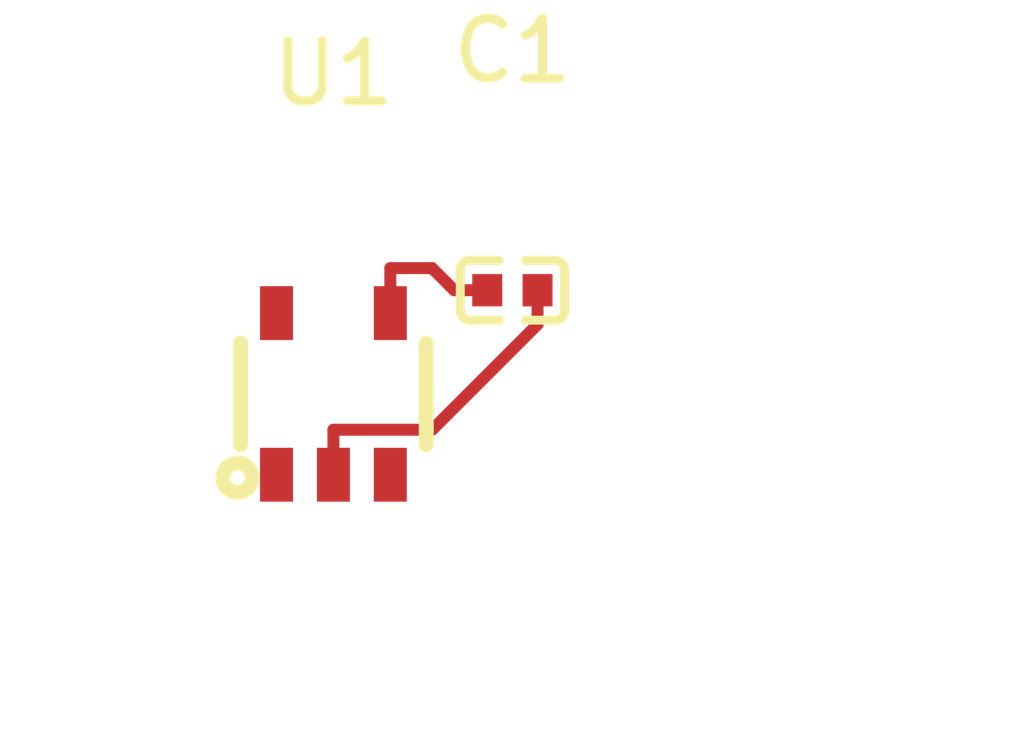
<source format=kicad_pcb>
(kicad_pcb (version 20241229) (generator "pcbnew") (generator_version "9.0")
  (layers (0 "F.Cu" signal) (2 "B.Cu" signal) (13 "F.Paste" user) (15 "B.Paste" user) (5 "F.SilkS" user "F.Silkscreen") (7 "B.SilkS" user "B.Silkscreen") (1 "F.Mask" user) (3 "B.Mask" user) (25 "Edge.Cuts" user))
  (net 0 "")
  (net 1 "wp")
  (net 2 "VCC")
  (net 3 "SCL")
  (net 4 "GND")
  (net 5 "SDA")
  (footprint "Samsung_Electro_Mechanics_CL05B104KO5NNNC:C0402" (layer "F.Cu") (at 83.6574 80)
    (property "Reference" "C1" (at 0 -4 0) (layer "F.SilkS"))
    (property "Value" "100nF ±10% 16V X7R")
    (fp_line (start -0.87 0.35) (end -0.87 -0.35) (stroke (width 0.15)) (layer "F.SilkS"))
    (fp_line (start -0.72 -0.5) (end -0.22 -0.5) (stroke (width 0.15)) (layer "F.SilkS"))
    (fp_line (start -0.22 0.5) (end -0.72 0.5) (stroke (width 0.15)) (layer "F.SilkS"))
    (fp_line (start 0.22 -0.5) (end 0.72 -0.5) (stroke (width 0.15)) (layer "F.SilkS"))
    (fp_line (start 0.72 0.5) (end 0.22 0.5) (stroke (width 0.15)) (layer "F.SilkS"))
    (fp_line (start 0.87 -0.35) (end 0.87 0.35) (stroke (width 0.15)) (layer "F.SilkS"))
    (fp_arc (start -0.87 -0.35) (mid -0.826066 -0.456066) (end -0.72 -0.5) (stroke (width 0.15)) (layer "F.SilkS"))
    (fp_arc (start -0.72 0.5) (mid -0.826066 0.456066) (end -0.87 0.35) (stroke (width 0.15)) (layer "F.SilkS"))
    (fp_arc (start 0.72 -0.5) (mid 0.826066 -0.456066) (end 0.87 -0.35) (stroke (width 0.15)) (layer "F.SilkS"))
    (fp_arc (start 0.87 0.35) (mid 0.826066 0.456066) (end 0.72 0.5) (stroke (width 0.15)) (layer "F.SilkS"))
    (fp_text user "${REFERENCE}" (at 0 -4 0) (layer "F.SilkS"))
    (pad "1" smd rect (at -0.42 0) (size 0.5 0.54) (layers "F.Cu" "F.Mask" "F.Paste") (net 2 "VCC"))
    (pad "2" smd rect (at 0.42 0) (size 0.5 0.54) (layers "F.Cu" "F.Mask" "F.Paste") (net 4 "GND"))
  )
  (footprint "FMD_FT24C02A_KLR_T:SOT-23-5_L2.9-W1.5-P0.95-LS2.8-BL" (layer "F.Cu") (at 80.6698 81.732)
    (property "Reference" "U1" (at 0 -5.35 0) (layer "F.SilkS"))
    (property "Value" "")
    (fp_line (start -1.55 0.85) (end -1.55 -0.85) (stroke (width 0.25)) (layer "F.SilkS"))
    (fp_line (start 1.55 -0.85) (end 1.55 0.85) (stroke (width 0.25)) (layer "F.SilkS"))
    (fp_circle (center -1.6 1.4) (end -1.48 1.4) (stroke (width 0.25)) (fill no) (layer "F.SilkS"))
    (fp_text user "${REFERENCE}" (at 0 -5.35 0) (layer "F.SilkS"))
    (pad "1" smd rect (at -0.95 1.35) (size 0.55 0.9) (layers "F.Cu" "F.Mask" "F.Paste") (net 3 "SCL"))
    (pad "2" smd rect (at 0 1.35) (size 0.55 0.9) (layers "F.Cu" "F.Mask" "F.Paste") (net 4 "GND"))
    (pad "3" smd rect (at 0.95 1.35) (size 0.55 0.9) (layers "F.Cu" "F.Mask" "F.Paste") (net 5 "SDA"))
    (pad "4" smd rect (at 0.95 -1.35) (size 0.55 0.9) (layers "F.Cu" "F.Mask" "F.Paste") (net 2 "VCC"))
    (pad "5" smd rect (at -0.95 -1.35) (size 0.55 0.9) (layers "F.Cu" "F.Mask" "F.Paste") (net 1 "wp"))
  )
  (segment (start 81.6198 80.382) (end 81.6198 79.6303) (width 0.2) (layer "F.Cu") (net 2))
  (segment (start 82.316 79.6303) (end 82.6857 80) (width 0.2) (layer "F.Cu") (net 2))
  (segment (start 81.6198 79.6303) (end 82.316 79.6303) (width 0.2) (layer "F.Cu") (net 2))
  (segment (start 83.2374 80) (end 82.6857 80) (width 0.2) (layer "F.Cu") (net 2))
  (segment (start 80.6698 82.3303) (end 82.3188 82.3303) (width 0.2) (layer "F.Cu") (net 4))
  (segment (start 82.3188 82.3303) (end 84.0774 80.5717) (width 0.2) (layer "F.Cu") (net 4))
  (segment (start 80.6698 83.082) (end 80.6698 82.3303) (width 0.2) (layer "F.Cu") (net 4))
  (segment (start 84.0774 80) (end 84.0774 80.5717) (width 0.2) (layer "F.Cu") (net 4))
)
</source>
